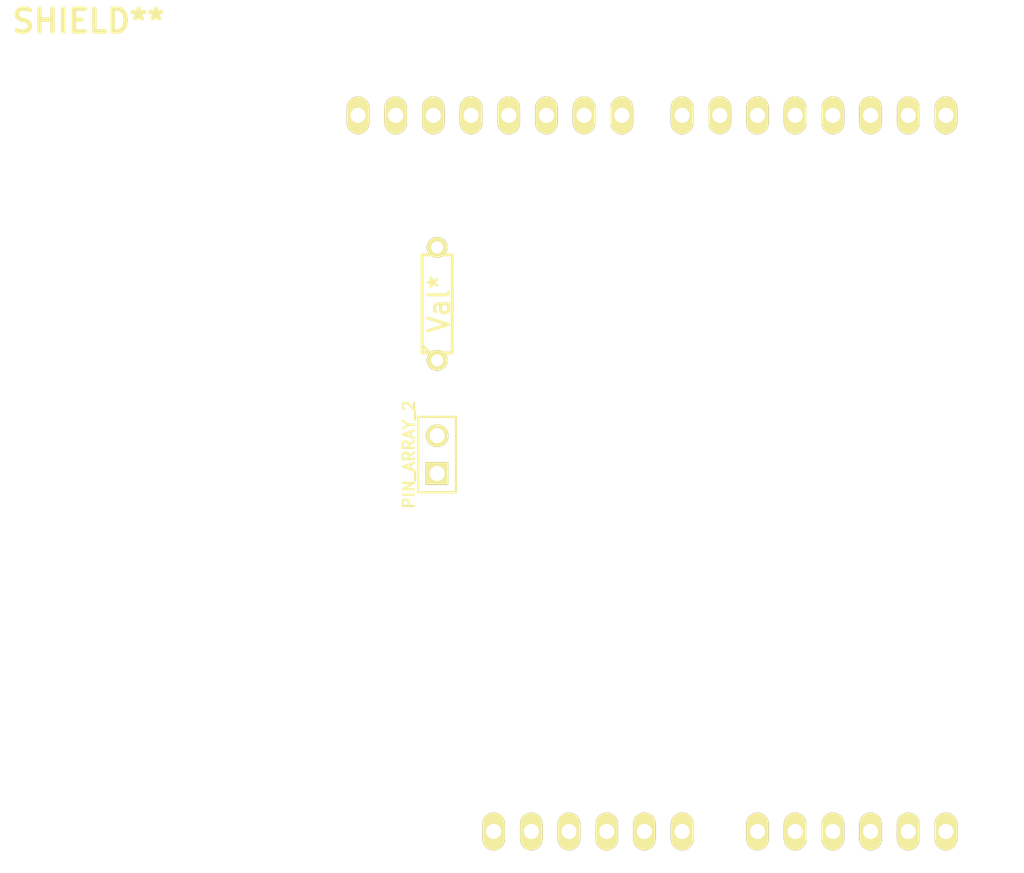
<source format=kicad_pcb>
(kicad_pcb (version 3) (host pcbnew "(2013-jul-07)-stable")

  (general
    (links 0)
    (no_connects 0)
    (area 0 0 0 0)
    (thickness 1.6)
    (drawings 0)
    (tracks 0)
    (zones 0)
    (modules 3)
    (nets 1)
  )

  (page A3)
  (layers
    (15 F.Cu signal)
    (0 B.Cu signal)
    (16 B.Adhes user)
    (17 F.Adhes user)
    (18 B.Paste user)
    (19 F.Paste user)
    (20 B.SilkS user)
    (21 F.SilkS user)
    (22 B.Mask user)
    (23 F.Mask user)
    (24 Dwgs.User user)
    (25 Cmts.User user)
    (26 Eco1.User user)
    (27 Eco2.User user)
    (28 Edge.Cuts user)
  )

  (setup
    (last_trace_width 0.254)
    (trace_clearance 0.254)
    (zone_clearance 0.508)
    (zone_45_only no)
    (trace_min 0.254)
    (segment_width 0.2)
    (edge_width 0.15)
    (via_size 0.889)
    (via_drill 0.635)
    (via_min_size 0.889)
    (via_min_drill 0.508)
    (uvia_size 0.508)
    (uvia_drill 0.127)
    (uvias_allowed no)
    (uvia_min_size 0.508)
    (uvia_min_drill 0.127)
    (pcb_text_width 0.3)
    (pcb_text_size 1 1)
    (mod_edge_width 0.15)
    (mod_text_size 1 1)
    (mod_text_width 0.15)
    (pad_size 1 1)
    (pad_drill 0.6)
    (pad_to_mask_clearance 0)
    (aux_axis_origin 0 0)
    (visible_elements FFFFFFBF)
    (pcbplotparams
      (layerselection 3178497)
      (usegerberextensions true)
      (excludeedgelayer true)
      (linewidth 0.150000)
      (plotframeref false)
      (viasonmask false)
      (mode 1)
      (useauxorigin false)
      (hpglpennumber 1)
      (hpglpenspeed 20)
      (hpglpendiameter 15)
      (hpglpenoverlay 2)
      (psnegative false)
      (psa4output false)
      (plotreference true)
      (plotvalue true)
      (plotothertext true)
      (plotinvisibletext false)
      (padsonsilk false)
      (subtractmaskfromsilk false)
      (outputformat 1)
      (mirror false)
      (drillshape 1)
      (scaleselection 1)
      (outputdirectory ""))
  )

  (net 0 "")

  (net_class Default "This is the default net class."
    (clearance 0.254)
    (trace_width 0.254)
    (via_dia 0.889)
    (via_drill 0.635)
    (uvia_dia 0.508)
    (uvia_drill 0.127)
    (add_net "")
  )

  (module ARDUINO_SHIELD_2_040pins (layer F.Cu) (tedit 4E06D846) (tstamp 56F0AE81)
    (at 158.75 135.89)
    (fp_text reference SHIELD** (at 5.715 -57.15) (layer F.SilkS)
      (effects (font (size 1.524 1.524) (thickness 0.3048)))
    )
    (fp_text value ARDUINO_SHIELD (at 10.16 -54.61) (layer F.SilkS) hide
      (effects (font (size 1.524 1.524) (thickness 0.3048)))
    )
    (fp_line (start 0 -44.45) (end 10.16 -44.45) (layer Dwgs.User) (width 0.381))
    (fp_line (start 10.16 -44.45) (end 10.16 -31.75) (layer Dwgs.User) (width 0.381))
    (fp_line (start 10.16 -31.75) (end 0 -31.75) (layer Dwgs.User) (width 0.381))
    (fp_line (start 12.7 -4.318) (end 0 -4.318) (layer Dwgs.User) (width 0.381))
    (fp_line (start 0 -12.7) (end 12.7 -12.7) (layer Dwgs.User) (width 0.381))
    (fp_line (start 12.7 -12.7) (end 12.7 -4.572) (layer Dwgs.User) (width 0.381))
    (fp_circle (center 13.97 -2.54) (end 16.002 -1.524) (layer Dwgs.User) (width 0.381))
    (fp_circle (center 15.24 -50.8) (end 16.764 -49.276) (layer Dwgs.User) (width 0.381))
    (fp_circle (center 66.04 -7.62) (end 67.31 -6.096) (layer Dwgs.User) (width 0.381))
    (fp_circle (center 66.04 -35.56) (end 67.31 -34.036) (layer Dwgs.User) (width 0.381))
    (fp_line (start 66.04 -40.64) (end 66.04 -52.07) (layer Dwgs.User) (width 0.381))
    (fp_line (start 66.04 -52.07) (end 64.77 -53.34) (layer Dwgs.User) (width 0.381))
    (fp_line (start 64.77 -53.34) (end 0 -53.34) (layer Dwgs.User) (width 0.381))
    (fp_line (start 66.04 0) (end 0 0) (layer Dwgs.User) (width 0.381))
    (fp_line (start 0 0) (end 0 -53.34) (layer Dwgs.User) (width 0.381))
    (fp_line (start 66.04 -40.64) (end 68.58 -38.1) (layer Dwgs.User) (width 0.381))
    (fp_line (start 68.58 -38.1) (end 68.58 -5.08) (layer Dwgs.User) (width 0.381))
    (fp_line (start 68.58 -5.08) (end 66.04 -2.54) (layer Dwgs.User) (width 0.381))
    (fp_line (start 66.04 -2.54) (end 66.04 0) (layer Dwgs.User) (width 0.381))
    (pad AD5 thru_hole oval (at 63.5 -2.54 90) (size 2.54 1.524) (drill 1.016)
      (layers *.Cu *.Mask F.SilkS)
    )
    (pad AD4 thru_hole oval (at 60.96 -2.54 90) (size 2.54 1.524) (drill 1.016)
      (layers *.Cu *.Mask F.SilkS)
    )
    (pad AD3 thru_hole oval (at 58.42 -2.54 90) (size 2.54 1.524) (drill 1.016)
      (layers *.Cu *.Mask F.SilkS)
    )
    (pad AD0 thru_hole oval (at 50.8 -2.54 90) (size 2.54 1.524) (drill 1.016)
      (layers *.Cu *.Mask F.SilkS)
    )
    (pad AD1 thru_hole oval (at 53.34 -2.54 90) (size 2.54 1.524) (drill 1.016)
      (layers *.Cu *.Mask F.SilkS)
    )
    (pad AD2 thru_hole oval (at 55.88 -2.54 90) (size 2.54 1.524) (drill 1.016)
      (layers *.Cu *.Mask F.SilkS)
    )
    (pad V_IN thru_hole oval (at 45.72 -2.54 90) (size 2.54 1.524) (drill 1.016)
      (layers *.Cu *.Mask F.SilkS)
    )
    (pad GND2 thru_hole oval (at 43.18 -2.54 90) (size 2.54 1.524) (drill 1.016)
      (layers *.Cu *.Mask F.SilkS)
    )
    (pad GND1 thru_hole oval (at 40.64 -2.54 90) (size 2.54 1.524) (drill 1.016)
      (layers *.Cu *.Mask F.SilkS)
    )
    (pad 3V3 thru_hole oval (at 35.56 -2.54 90) (size 2.54 1.524) (drill 1.016)
      (layers *.Cu *.Mask F.SilkS)
    )
    (pad RST thru_hole oval (at 33.02 -2.54 90) (size 2.54 1.524) (drill 1.016)
      (layers *.Cu *.Mask F.SilkS)
    )
    (pad 0 thru_hole oval (at 63.5 -50.8 90) (size 2.54 1.524) (drill 1.016)
      (layers *.Cu *.Mask F.SilkS)
    )
    (pad 1 thru_hole oval (at 60.96 -50.8 90) (size 2.54 1.524) (drill 1.016)
      (layers *.Cu *.Mask F.SilkS)
    )
    (pad 2 thru_hole oval (at 58.42 -50.8 90) (size 2.54 1.524) (drill 1.016)
      (layers *.Cu *.Mask F.SilkS)
    )
    (pad 3 thru_hole oval (at 55.88 -50.8 90) (size 2.54 1.524) (drill 1.016)
      (layers *.Cu *.Mask F.SilkS)
    )
    (pad 4 thru_hole oval (at 53.34 -50.8 90) (size 2.54 1.524) (drill 1.016)
      (layers *.Cu *.Mask F.SilkS)
    )
    (pad 5 thru_hole oval (at 50.8 -50.8 90) (size 2.54 1.524) (drill 1.016)
      (layers *.Cu *.Mask F.SilkS)
    )
    (pad 6 thru_hole oval (at 48.26 -50.8 90) (size 2.54 1.524) (drill 1.016)
      (layers *.Cu *.Mask F.SilkS)
    )
    (pad 7 thru_hole oval (at 45.72 -50.8 90) (size 2.54 1.524) (drill 1.016)
      (layers *.Cu *.Mask F.SilkS)
    )
    (pad 8 thru_hole oval (at 41.656 -50.8 90) (size 2.54 1.524) (drill 1.016)
      (layers *.Cu *.Mask F.SilkS)
    )
    (pad 9 thru_hole oval (at 39.116 -50.8 90) (size 2.54 1.524) (drill 1.016)
      (layers *.Cu *.Mask F.SilkS)
    )
    (pad 10 thru_hole oval (at 36.576 -50.8 90) (size 2.54 1.524) (drill 1.016)
      (layers *.Cu *.Mask F.SilkS)
    )
    (pad 11 thru_hole oval (at 34.036 -50.8 90) (size 2.54 1.524) (drill 1.016)
      (layers *.Cu *.Mask F.SilkS)
    )
    (pad 12 thru_hole oval (at 31.496 -50.8 90) (size 2.54 1.524) (drill 1.016)
      (layers *.Cu *.Mask F.SilkS)
    )
    (pad 13 thru_hole oval (at 28.956 -50.8 90) (size 2.54 1.524) (drill 1.016)
      (layers *.Cu *.Mask F.SilkS)
    )
    (pad GND3 thru_hole oval (at 26.416 -50.8 90) (size 2.54 1.524) (drill 1.016)
      (layers *.Cu *.Mask F.SilkS)
    )
    (pad AREF thru_hole oval (at 23.876 -50.8 90) (size 2.54 1.524) (drill 1.016)
      (layers *.Cu *.Mask F.SilkS)
    )
    (pad 5V thru_hole oval (at 38.1 -2.54 90) (size 2.54 1.524) (drill 1.016)
      (layers *.Cu *.Mask F.SilkS)
    )
  )

  (module R3 (layer F.Cu) (tedit 4E4C0E65) (tstamp 56F10F1E)
    (at 187.96 97.79 90)
    (descr "Resitance 3 pas")
    (tags R)
    (path R3)
    (autoplace_cost180 10)
    (fp_text reference R3 (at 0 0.127 90) (layer F.SilkS) hide
      (effects (font (size 1.397 1.27) (thickness 0.2032)))
    )
    (fp_text value Val* (at 0 0.127 90) (layer F.SilkS)
      (effects (font (size 1.397 1.27) (thickness 0.2032)))
    )
    (fp_line (start -3.81 0) (end -3.302 0) (layer F.SilkS) (width 0.2032))
    (fp_line (start 3.81 0) (end 3.302 0) (layer F.SilkS) (width 0.2032))
    (fp_line (start 3.302 0) (end 3.302 -1.016) (layer F.SilkS) (width 0.2032))
    (fp_line (start 3.302 -1.016) (end -3.302 -1.016) (layer F.SilkS) (width 0.2032))
    (fp_line (start -3.302 -1.016) (end -3.302 1.016) (layer F.SilkS) (width 0.2032))
    (fp_line (start -3.302 1.016) (end 3.302 1.016) (layer F.SilkS) (width 0.2032))
    (fp_line (start 3.302 1.016) (end 3.302 0) (layer F.SilkS) (width 0.2032))
    (fp_line (start -3.302 -0.508) (end -2.794 -1.016) (layer F.SilkS) (width 0.2032))
    (pad 1 thru_hole circle (at -3.81 0 90) (size 1.397 1.397) (drill 0.8128)
      (layers *.Cu *.Mask F.SilkS)
    )
    (pad 2 thru_hole circle (at 3.81 0 90) (size 1.397 1.397) (drill 0.8128)
      (layers *.Cu *.Mask F.SilkS)
    )
    (model discret/resistor.wrl
      (at (xyz 0 0 0))
      (scale (xyz 0.3 0.3 0.3))
      (rotate (xyz 0 0 0))
    )
  )

  (module PIN_ARRAY_2X1 (layer F.Cu) (tedit 4565C520) (tstamp 56F130C0)
    (at 187.96 107.95 90)
    (descr "Connecteurs 2 pins")
    (tags "CONN DEV")
    (fp_text reference PIN_ARRAY_2 (at 0 -1.905 90) (layer F.SilkS)
      (effects (font (size 0.762 0.762) (thickness 0.1524)))
    )
    (fp_text value Val** (at 0 -1.905 90) (layer F.SilkS) hide
      (effects (font (size 0.762 0.762) (thickness 0.1524)))
    )
    (fp_line (start -2.54 1.27) (end -2.54 -1.27) (layer F.SilkS) (width 0.1524))
    (fp_line (start -2.54 -1.27) (end 2.54 -1.27) (layer F.SilkS) (width 0.1524))
    (fp_line (start 2.54 -1.27) (end 2.54 1.27) (layer F.SilkS) (width 0.1524))
    (fp_line (start 2.54 1.27) (end -2.54 1.27) (layer F.SilkS) (width 0.1524))
    (pad 1 thru_hole rect (at -1.27 0 90) (size 1.524 1.524) (drill 1.016)
      (layers *.Cu *.Mask F.SilkS)
    )
    (pad 2 thru_hole circle (at 1.27 0 90) (size 1.524 1.524) (drill 1.016)
      (layers *.Cu *.Mask F.SilkS)
    )
    (model pin_array/pins_array_2x1.wrl
      (at (xyz 0 0 0))
      (scale (xyz 1 1 1))
      (rotate (xyz 0 0 0))
    )
  )

)

</source>
